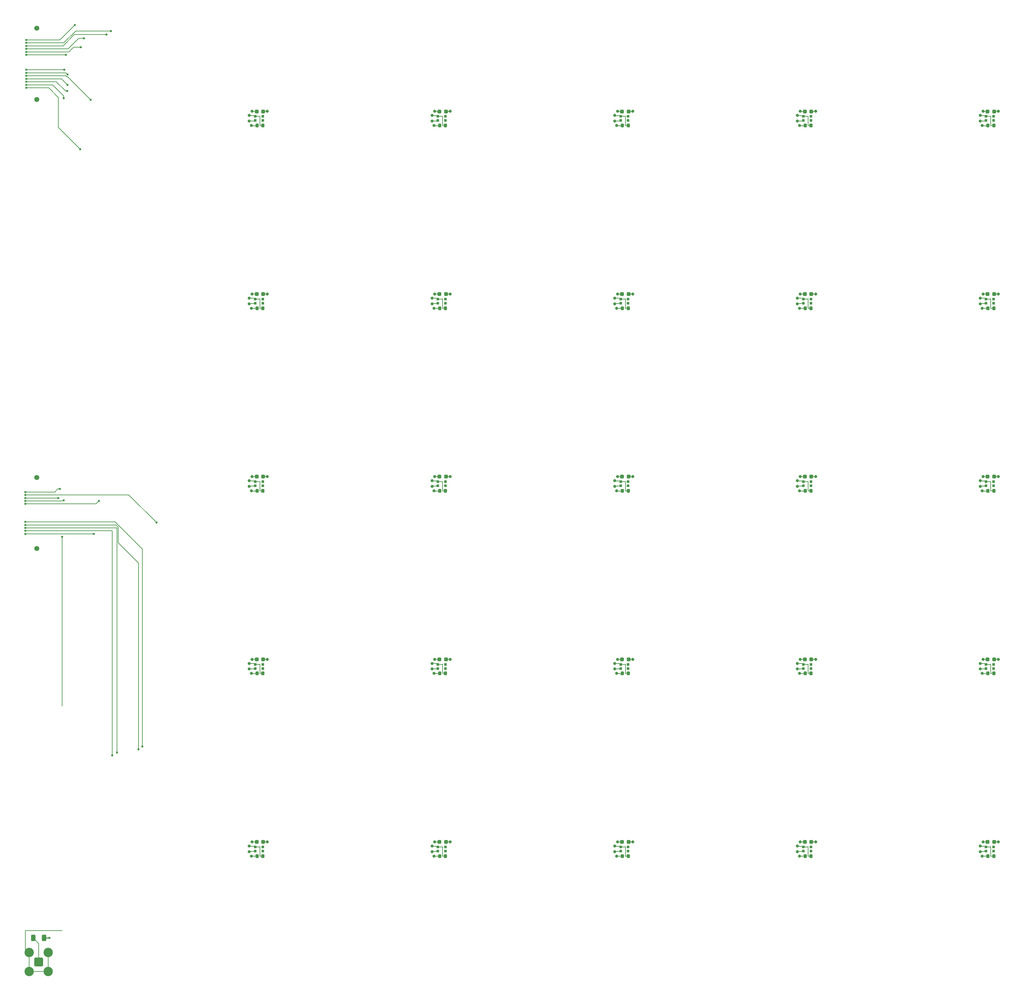
<source format=gbr>
%TF.GenerationSoftware,KiCad,Pcbnew,8.0.2-1*%
%TF.CreationDate,2024-10-14T18:36:09-04:00*%
%TF.ProjectId,EvenLayers_1.3mm_SiPM,4576656e-4c61-4796-9572-735f312e336d,rev?*%
%TF.SameCoordinates,Original*%
%TF.FileFunction,Copper,L1,Top*%
%TF.FilePolarity,Positive*%
%FSLAX46Y46*%
G04 Gerber Fmt 4.6, Leading zero omitted, Abs format (unit mm)*
G04 Created by KiCad (PCBNEW 8.0.2-1) date 2024-10-14 18:36:09*
%MOMM*%
%LPD*%
G01*
G04 APERTURE LIST*
G04 Aperture macros list*
%AMRoundRect*
0 Rectangle with rounded corners*
0 $1 Rounding radius*
0 $2 $3 $4 $5 $6 $7 $8 $9 X,Y pos of 4 corners*
0 Add a 4 corners polygon primitive as box body*
4,1,4,$2,$3,$4,$5,$6,$7,$8,$9,$2,$3,0*
0 Add four circle primitives for the rounded corners*
1,1,$1+$1,$2,$3*
1,1,$1+$1,$4,$5*
1,1,$1+$1,$6,$7*
1,1,$1+$1,$8,$9*
0 Add four rect primitives between the rounded corners*
20,1,$1+$1,$2,$3,$4,$5,0*
20,1,$1+$1,$4,$5,$6,$7,0*
20,1,$1+$1,$6,$7,$8,$9,0*
20,1,$1+$1,$8,$9,$2,$3,0*%
G04 Aperture macros list end*
%TA.AperFunction,Conductor*%
%ADD10C,0.200000*%
%TD*%
%TA.AperFunction,SMDPad,CuDef*%
%ADD11R,0.700000X0.700000*%
%TD*%
%TA.AperFunction,ComponentPad*%
%ADD12C,0.800000*%
%TD*%
%TA.AperFunction,SMDPad,CuDef*%
%ADD13R,1.050000X0.200000*%
%TD*%
%TA.AperFunction,SMDPad,CuDef*%
%ADD14RoundRect,0.237500X-0.287500X-0.237500X0.287500X-0.237500X0.287500X0.237500X-0.287500X0.237500X0*%
%TD*%
%TA.AperFunction,SMDPad,CuDef*%
%ADD15R,1.100000X0.200000*%
%TD*%
%TA.AperFunction,SMDPad,CuDef*%
%ADD16R,1.200000X0.200000*%
%TD*%
%TA.AperFunction,SMDPad,CuDef*%
%ADD17R,0.200000X2.500000*%
%TD*%
%TA.AperFunction,SMDPad,CuDef*%
%ADD18R,0.850000X0.200000*%
%TD*%
%TA.AperFunction,SMDPad,CuDef*%
%ADD19RoundRect,0.225000X-0.225000X-0.250000X0.225000X-0.250000X0.225000X0.250000X-0.225000X0.250000X0*%
%TD*%
%TA.AperFunction,ComponentPad*%
%ADD20RoundRect,0.200100X0.949900X-0.949900X0.949900X0.949900X-0.949900X0.949900X-0.949900X-0.949900X0*%
%TD*%
%TA.AperFunction,ComponentPad*%
%ADD21C,2.500000*%
%TD*%
%TA.AperFunction,SMDPad,CuDef*%
%ADD22RoundRect,0.250000X-0.312500X-0.625000X0.312500X-0.625000X0.312500X0.625000X-0.312500X0.625000X0*%
%TD*%
%TA.AperFunction,ComponentPad*%
%ADD23C,1.348000*%
%TD*%
%TA.AperFunction,ViaPad*%
%ADD24C,0.600000*%
%TD*%
%TA.AperFunction,Conductor*%
%ADD25C,0.250000*%
%TD*%
G04 APERTURE END LIST*
D10*
%TO.N,GND*%
X76800000Y-251600000D02*
X76800000Y-206400000D01*
%TD*%
D11*
%TO.P,REF\u002A\u002A34,1*%
%TO.N,N/C*%
X325552500Y-191650000D03*
%TO.P,REF\u002A\u002A34,4*%
X325552500Y-192750000D03*
D12*
%TO.P,REF\u002A\u002A34,5*%
X322700000Y-190300000D03*
D13*
X323400000Y-190315000D03*
D14*
X323925000Y-190315000D03*
%TO.P,REF\u002A\u002A34,6*%
X325675000Y-190315000D03*
D13*
X326050000Y-190315000D03*
D12*
X326800000Y-190300000D03*
%TO.P,REF\u002A\u002A34,7*%
%TO.N,K14*%
X321950000Y-191400000D03*
D15*
X322750000Y-191450000D03*
D11*
X323527500Y-191650000D03*
D16*
X324300000Y-191650000D03*
D17*
X324800000Y-192800000D03*
D18*
X325125000Y-194100000D03*
D19*
X325575000Y-194100000D03*
D12*
%TO.P,REF\u002A\u002A34,8*%
%TO.N,A14*%
X321950000Y-192900000D03*
D15*
X322750000Y-192850000D03*
D11*
X323527500Y-192750000D03*
D12*
%TO.P,REF\u002A\u002A34,9*%
%TO.N,GND*%
X322500000Y-194100000D03*
D13*
X323250000Y-194150000D03*
D19*
X324025000Y-194100000D03*
%TD*%
D11*
%TO.P,REF\u002A\u002A40,1*%
%TO.N,N/C*%
X130352500Y-289250000D03*
%TO.P,REF\u002A\u002A40,4*%
X130352500Y-290350000D03*
D12*
%TO.P,REF\u002A\u002A40,5*%
X127500000Y-287900000D03*
D13*
X128200000Y-287915000D03*
D14*
X128725000Y-287915000D03*
%TO.P,REF\u002A\u002A40,6*%
X130475000Y-287915000D03*
D13*
X130850000Y-287915000D03*
D12*
X131600000Y-287900000D03*
%TO.P,REF\u002A\u002A40,7*%
%TO.N,K20*%
X126750000Y-289000000D03*
D15*
X127550000Y-289050000D03*
D11*
X128327500Y-289250000D03*
D16*
X129100000Y-289250000D03*
D17*
X129600000Y-290400000D03*
D18*
X129925000Y-291700000D03*
D19*
X130375000Y-291700000D03*
D12*
%TO.P,REF\u002A\u002A40,8*%
%TO.N,A20*%
X126750000Y-290500000D03*
D15*
X127550000Y-290450000D03*
D11*
X128327500Y-290350000D03*
D12*
%TO.P,REF\u002A\u002A40,9*%
%TO.N,GND*%
X127300000Y-291700000D03*
D13*
X128050000Y-291750000D03*
D19*
X128825000Y-291700000D03*
%TD*%
D11*
%TO.P,REF\u002A\u002A30,1*%
%TO.N,N/C*%
X130352500Y-191650000D03*
%TO.P,REF\u002A\u002A30,4*%
X130352500Y-192750000D03*
D12*
%TO.P,REF\u002A\u002A30,5*%
X127500000Y-190300000D03*
D13*
X128200000Y-190315000D03*
D14*
X128725000Y-190315000D03*
%TO.P,REF\u002A\u002A30,6*%
X130475000Y-190315000D03*
D13*
X130850000Y-190315000D03*
D12*
X131600000Y-190300000D03*
%TO.P,REF\u002A\u002A30,7*%
%TO.N,K10*%
X126750000Y-191400000D03*
D15*
X127550000Y-191450000D03*
D11*
X128327500Y-191650000D03*
D16*
X129100000Y-191650000D03*
D17*
X129600000Y-192800000D03*
D18*
X129925000Y-194100000D03*
D19*
X130375000Y-194100000D03*
D12*
%TO.P,REF\u002A\u002A30,8*%
%TO.N,A10*%
X126750000Y-192900000D03*
D15*
X127550000Y-192850000D03*
D11*
X128327500Y-192750000D03*
D12*
%TO.P,REF\u002A\u002A30,9*%
%TO.N,GND*%
X127300000Y-194100000D03*
D13*
X128050000Y-194150000D03*
D19*
X128825000Y-194100000D03*
%TD*%
D11*
%TO.P,REF\u002A\u002A24,1*%
%TO.N,N/C*%
X325552500Y-94050000D03*
%TO.P,REF\u002A\u002A24,4*%
X325552500Y-95150000D03*
D12*
%TO.P,REF\u002A\u002A24,5*%
X322700000Y-92700000D03*
D13*
X323400000Y-92715000D03*
D14*
X323925000Y-92715000D03*
%TO.P,REF\u002A\u002A24,6*%
X325675000Y-92715000D03*
D13*
X326050000Y-92715000D03*
D12*
X326800000Y-92700000D03*
%TO.P,REF\u002A\u002A24,7*%
%TO.N,K4*%
X321950000Y-93800000D03*
D15*
X322750000Y-93850000D03*
D11*
X323527500Y-94050000D03*
D16*
X324300000Y-94050000D03*
D17*
X324800000Y-95200000D03*
D18*
X325125000Y-96500000D03*
D19*
X325575000Y-96500000D03*
D12*
%TO.P,REF\u002A\u002A24,8*%
%TO.N,A4*%
X321950000Y-95300000D03*
D15*
X322750000Y-95250000D03*
D11*
X323527500Y-95150000D03*
D12*
%TO.P,REF\u002A\u002A24,9*%
%TO.N,GND*%
X322500000Y-96500000D03*
D13*
X323250000Y-96550000D03*
D19*
X324025000Y-96500000D03*
%TD*%
D11*
%TO.P,REF\u002A\u002A43,1*%
%TO.N,N/C*%
X276752500Y-289250000D03*
%TO.P,REF\u002A\u002A43,4*%
X276752500Y-290350000D03*
D12*
%TO.P,REF\u002A\u002A43,5*%
X273900000Y-287900000D03*
D13*
X274600000Y-287915000D03*
D14*
X275125000Y-287915000D03*
%TO.P,REF\u002A\u002A43,6*%
X276875000Y-287915000D03*
D13*
X277250000Y-287915000D03*
D12*
%TO.N,LED_23_to_24*%
X278000000Y-287900000D03*
%TO.P,REF\u002A\u002A43,7*%
%TO.N,K23*%
X273150000Y-289000000D03*
D15*
X273950000Y-289050000D03*
D11*
X274727500Y-289250000D03*
D16*
X275500000Y-289250000D03*
D17*
X276000000Y-290400000D03*
D18*
X276325000Y-291700000D03*
D19*
X276775000Y-291700000D03*
D12*
%TO.P,REF\u002A\u002A43,8*%
%TO.N,A23*%
X273150000Y-290500000D03*
D15*
X273950000Y-290450000D03*
D11*
X274727500Y-290350000D03*
D12*
%TO.P,REF\u002A\u002A43,9*%
%TO.N,GND*%
X273700000Y-291700000D03*
D13*
X274450000Y-291750000D03*
D19*
X275225000Y-291700000D03*
%TD*%
D11*
%TO.P,REF\u002A\u002A38,1*%
%TO.N,N/C*%
X276752500Y-240450000D03*
%TO.P,REF\u002A\u002A38,4*%
X276752500Y-241550000D03*
D12*
%TO.P,REF\u002A\u002A38,5*%
X273900000Y-239100000D03*
D13*
X274600000Y-239115000D03*
D14*
X275125000Y-239115000D03*
%TO.P,REF\u002A\u002A38,6*%
X276875000Y-239115000D03*
D13*
X277250000Y-239115000D03*
D12*
X278000000Y-239100000D03*
%TO.P,REF\u002A\u002A38,7*%
%TO.N,K18*%
X273150000Y-240200000D03*
D15*
X273950000Y-240250000D03*
D11*
X274727500Y-240450000D03*
D16*
X275500000Y-240450000D03*
D17*
X276000000Y-241600000D03*
D18*
X276325000Y-242900000D03*
D19*
X276775000Y-242900000D03*
D12*
%TO.P,REF\u002A\u002A38,8*%
%TO.N,A18*%
X273150000Y-241700000D03*
D15*
X273950000Y-241650000D03*
D11*
X274727500Y-241550000D03*
D12*
%TO.P,REF\u002A\u002A38,9*%
%TO.N,GND*%
X273700000Y-242900000D03*
D13*
X274450000Y-242950000D03*
D19*
X275225000Y-242900000D03*
%TD*%
D20*
%TO.P,REF\u002A\u002A,1*%
%TO.N,LED_input*%
X70500000Y-320000000D03*
D21*
%TO.P,REF\u002A\u002A,2*%
%TO.N,GND*%
X67960000Y-322540000D03*
X73040000Y-322540000D03*
X67960000Y-317460000D03*
X73040000Y-317460000D03*
%TD*%
D22*
%TO.P,50 \u03A9,1*%
%TO.N,LED_input*%
X69037500Y-313600000D03*
%TO.P,50 \u03A9,2*%
%TO.N,LED_input_after_resistor*%
X71962500Y-313600000D03*
%TD*%
D11*
%TO.P,REF\u002A\u002A22,1*%
%TO.N,N/C*%
X227952500Y-94050000D03*
%TO.P,REF\u002A\u002A22,4*%
X227952500Y-95150000D03*
D12*
%TO.P,REF\u002A\u002A22,5*%
X225100000Y-92700000D03*
D13*
X225800000Y-92715000D03*
D14*
X226325000Y-92715000D03*
%TO.P,REF\u002A\u002A22,6*%
X228075000Y-92715000D03*
D13*
X228450000Y-92715000D03*
D12*
X229200000Y-92700000D03*
%TO.P,REF\u002A\u002A22,7*%
%TO.N,K2*%
X224350000Y-93800000D03*
D15*
X225150000Y-93850000D03*
D11*
X225927500Y-94050000D03*
D16*
X226700000Y-94050000D03*
D17*
X227200000Y-95200000D03*
D18*
X227525000Y-96500000D03*
D19*
X227975000Y-96500000D03*
D12*
%TO.P,REF\u002A\u002A22,8*%
%TO.N,A2*%
X224350000Y-95300000D03*
D15*
X225150000Y-95250000D03*
D11*
X225927500Y-95150000D03*
D12*
%TO.P,REF\u002A\u002A22,9*%
%TO.N,GND*%
X224900000Y-96500000D03*
D13*
X225650000Y-96550000D03*
D19*
X226425000Y-96500000D03*
%TD*%
D11*
%TO.P,REF\u002A\u002A28,1*%
%TO.N,N/C*%
X276752500Y-142850000D03*
%TO.P,REF\u002A\u002A28,4*%
X276752500Y-143950000D03*
D12*
%TO.P,REF\u002A\u002A28,5*%
X273900000Y-141500000D03*
D13*
X274600000Y-141515000D03*
D14*
X275125000Y-141515000D03*
%TO.P,REF\u002A\u002A28,6*%
X276875000Y-141515000D03*
D13*
X277250000Y-141515000D03*
D12*
X278000000Y-141500000D03*
%TO.P,REF\u002A\u002A28,7*%
%TO.N,K8*%
X273150000Y-142600000D03*
D15*
X273950000Y-142650000D03*
D11*
X274727500Y-142850000D03*
D16*
X275500000Y-142850000D03*
D17*
X276000000Y-144000000D03*
D18*
X276325000Y-145300000D03*
D19*
X276775000Y-145300000D03*
D12*
%TO.P,REF\u002A\u002A28,8*%
%TO.N,A8*%
X273150000Y-144100000D03*
D15*
X273950000Y-144050000D03*
D11*
X274727500Y-143950000D03*
D12*
%TO.P,REF\u002A\u002A28,9*%
%TO.N,GND*%
X273700000Y-145300000D03*
D13*
X274450000Y-145350000D03*
D19*
X275225000Y-145300000D03*
%TD*%
D11*
%TO.P,REF\u002A\u002A23,1*%
%TO.N,N/C*%
X276752500Y-94050000D03*
%TO.P,REF\u002A\u002A23,4*%
X276752500Y-95150000D03*
D12*
%TO.P,REF\u002A\u002A23,5*%
X273900000Y-92700000D03*
D13*
X274600000Y-92715000D03*
D14*
X275125000Y-92715000D03*
%TO.P,REF\u002A\u002A23,6*%
X276875000Y-92715000D03*
D13*
X277250000Y-92715000D03*
D12*
X278000000Y-92700000D03*
%TO.P,REF\u002A\u002A23,7*%
%TO.N,K3*%
X273150000Y-93800000D03*
D15*
X273950000Y-93850000D03*
D11*
X274727500Y-94050000D03*
D16*
X275500000Y-94050000D03*
D17*
X276000000Y-95200000D03*
D18*
X276325000Y-96500000D03*
D19*
X276775000Y-96500000D03*
D12*
%TO.P,REF\u002A\u002A23,8*%
%TO.N,A3*%
X273150000Y-95300000D03*
D15*
X273950000Y-95250000D03*
D11*
X274727500Y-95150000D03*
D12*
%TO.P,REF\u002A\u002A23,9*%
%TO.N,GND*%
X273700000Y-96500000D03*
D13*
X274450000Y-96550000D03*
D19*
X275225000Y-96500000D03*
%TD*%
D11*
%TO.P,REF\u002A\u002A32,1*%
%TO.N,N/C*%
X227952500Y-191650000D03*
%TO.P,REF\u002A\u002A32,4*%
X227952500Y-192750000D03*
D12*
%TO.P,REF\u002A\u002A32,5*%
X225100000Y-190300000D03*
D13*
X225800000Y-190315000D03*
D14*
X226325000Y-190315000D03*
%TO.P,REF\u002A\u002A32,6*%
X228075000Y-190315000D03*
D13*
X228450000Y-190315000D03*
D12*
X229200000Y-190300000D03*
%TO.P,REF\u002A\u002A32,7*%
%TO.N,K12*%
X224350000Y-191400000D03*
D15*
X225150000Y-191450000D03*
D11*
X225927500Y-191650000D03*
D16*
X226700000Y-191650000D03*
D17*
X227200000Y-192800000D03*
D18*
X227525000Y-194100000D03*
D19*
X227975000Y-194100000D03*
D12*
%TO.P,REF\u002A\u002A32,8*%
%TO.N,A12*%
X224350000Y-192900000D03*
D15*
X225150000Y-192850000D03*
D11*
X225927500Y-192750000D03*
D12*
%TO.P,REF\u002A\u002A32,9*%
%TO.N,GND*%
X224900000Y-194100000D03*
D13*
X225650000Y-194150000D03*
D19*
X226425000Y-194100000D03*
%TD*%
D11*
%TO.P,REF\u002A\u002A44,1*%
%TO.N,N/C*%
X325552500Y-289250000D03*
%TO.P,REF\u002A\u002A44,4*%
X325552500Y-290350000D03*
D12*
%TO.P,REF\u002A\u002A44,5*%
%TO.N,LED_23_to_24*%
X322700000Y-287900000D03*
D13*
X323400000Y-287915000D03*
D14*
X323925000Y-287915000D03*
%TO.P,REF\u002A\u002A44,6*%
%TO.N,LED_input_after_resistor*%
X325675000Y-287915000D03*
D13*
X326050000Y-287915000D03*
D12*
X326800000Y-287900000D03*
%TO.P,REF\u002A\u002A44,7*%
%TO.N,K24*%
X321950000Y-289000000D03*
D15*
X322750000Y-289050000D03*
D11*
X323527500Y-289250000D03*
D16*
X324300000Y-289250000D03*
D17*
X324800000Y-290400000D03*
D18*
X325125000Y-291700000D03*
D19*
X325575000Y-291700000D03*
D12*
%TO.P,REF\u002A\u002A44,8*%
%TO.N,A24*%
X321950000Y-290500000D03*
D15*
X322750000Y-290450000D03*
D11*
X323527500Y-290350000D03*
D12*
%TO.P,REF\u002A\u002A44,9*%
%TO.N,GND*%
X322500000Y-291700000D03*
D13*
X323250000Y-291750000D03*
D19*
X324025000Y-291700000D03*
%TD*%
D11*
%TO.P,REF\u002A\u002A26,1*%
%TO.N,N/C*%
X179152500Y-142850000D03*
%TO.P,REF\u002A\u002A26,4*%
X179152500Y-143950000D03*
D12*
%TO.P,REF\u002A\u002A26,5*%
X176300000Y-141500000D03*
D13*
X177000000Y-141515000D03*
D14*
X177525000Y-141515000D03*
%TO.P,REF\u002A\u002A26,6*%
X179275000Y-141515000D03*
D13*
X179650000Y-141515000D03*
D12*
X180400000Y-141500000D03*
%TO.P,REF\u002A\u002A26,7*%
%TO.N,K6*%
X175550000Y-142600000D03*
D15*
X176350000Y-142650000D03*
D11*
X177127500Y-142850000D03*
D16*
X177900000Y-142850000D03*
D17*
X178400000Y-144000000D03*
D18*
X178725000Y-145300000D03*
D19*
X179175000Y-145300000D03*
D12*
%TO.P,REF\u002A\u002A26,8*%
%TO.N,A6*%
X175550000Y-144100000D03*
D15*
X176350000Y-144050000D03*
D11*
X177127500Y-143950000D03*
D12*
%TO.P,REF\u002A\u002A26,9*%
%TO.N,GND*%
X176100000Y-145300000D03*
D13*
X176850000Y-145350000D03*
D19*
X177625000Y-145300000D03*
%TD*%
D11*
%TO.P,REF\u002A\u002A36,1*%
%TO.N,N/C*%
X179152500Y-240450000D03*
%TO.P,REF\u002A\u002A36,4*%
X179152500Y-241550000D03*
D12*
%TO.P,REF\u002A\u002A36,5*%
X176300000Y-239100000D03*
D13*
X177000000Y-239115000D03*
D14*
X177525000Y-239115000D03*
%TO.P,REF\u002A\u002A36,6*%
X179275000Y-239115000D03*
D13*
X179650000Y-239115000D03*
D12*
X180400000Y-239100000D03*
%TO.P,REF\u002A\u002A36,7*%
%TO.N,K16*%
X175550000Y-240200000D03*
D15*
X176350000Y-240250000D03*
D11*
X177127500Y-240450000D03*
D16*
X177900000Y-240450000D03*
D17*
X178400000Y-241600000D03*
D18*
X178725000Y-242900000D03*
D19*
X179175000Y-242900000D03*
D12*
%TO.P,REF\u002A\u002A36,8*%
%TO.N,A16*%
X175550000Y-241700000D03*
D15*
X176350000Y-241650000D03*
D11*
X177127500Y-241550000D03*
D12*
%TO.P,REF\u002A\u002A36,9*%
%TO.N,GND*%
X176100000Y-242900000D03*
D13*
X176850000Y-242950000D03*
D19*
X177625000Y-242900000D03*
%TD*%
D11*
%TO.P,REF\u002A\u002A20,1*%
%TO.N,N/C*%
X130352500Y-94050000D03*
%TO.P,REF\u002A\u002A20,4*%
X130352500Y-95150000D03*
D12*
%TO.P,REF\u002A\u002A20,5*%
%TO.N,GND*%
X127500000Y-92700000D03*
D13*
X128200000Y-92715000D03*
D14*
X128725000Y-92715000D03*
%TO.P,REF\u002A\u002A20,6*%
%TO.N,N/C*%
X130475000Y-92715000D03*
D13*
X130850000Y-92715000D03*
D12*
X131600000Y-92700000D03*
%TO.P,REF\u002A\u002A20,7*%
%TO.N,K0*%
X126750000Y-93800000D03*
D15*
X127550000Y-93850000D03*
D11*
X128327500Y-94050000D03*
D16*
X129100000Y-94050000D03*
D17*
X129600000Y-95200000D03*
D18*
X129925000Y-96500000D03*
D19*
X130375000Y-96500000D03*
D12*
%TO.P,REF\u002A\u002A20,8*%
%TO.N,A0*%
X126750000Y-95300000D03*
D15*
X127550000Y-95250000D03*
D11*
X128327500Y-95150000D03*
D12*
%TO.P,REF\u002A\u002A20,9*%
%TO.N,GND*%
X127300000Y-96500000D03*
D13*
X128050000Y-96550000D03*
D19*
X128825000Y-96500000D03*
%TD*%
D11*
%TO.P,REF\u002A\u002A25,1*%
%TO.N,N/C*%
X130352500Y-142850000D03*
%TO.P,REF\u002A\u002A25,4*%
X130352500Y-143950000D03*
D12*
%TO.P,REF\u002A\u002A25,5*%
X127500000Y-141500000D03*
D13*
X128200000Y-141515000D03*
D14*
X128725000Y-141515000D03*
%TO.P,REF\u002A\u002A25,6*%
X130475000Y-141515000D03*
D13*
X130850000Y-141515000D03*
D12*
X131600000Y-141500000D03*
%TO.P,REF\u002A\u002A25,7*%
%TO.N,K5*%
X126750000Y-142600000D03*
D15*
X127550000Y-142650000D03*
D11*
X128327500Y-142850000D03*
D16*
X129100000Y-142850000D03*
D17*
X129600000Y-144000000D03*
D18*
X129925000Y-145300000D03*
D19*
X130375000Y-145300000D03*
D12*
%TO.P,REF\u002A\u002A25,8*%
%TO.N,A5*%
X126750000Y-144100000D03*
D15*
X127550000Y-144050000D03*
D11*
X128327500Y-143950000D03*
D12*
%TO.P,REF\u002A\u002A25,9*%
%TO.N,GND*%
X127300000Y-145300000D03*
D13*
X128050000Y-145350000D03*
D19*
X128825000Y-145300000D03*
%TD*%
D11*
%TO.P,REF\u002A\u002A37,1*%
%TO.N,N/C*%
X227952500Y-240450000D03*
%TO.P,REF\u002A\u002A37,4*%
X227952500Y-241550000D03*
D12*
%TO.P,REF\u002A\u002A37,5*%
X225100000Y-239100000D03*
D13*
X225800000Y-239115000D03*
D14*
X226325000Y-239115000D03*
%TO.P,REF\u002A\u002A37,6*%
X228075000Y-239115000D03*
D13*
X228450000Y-239115000D03*
D12*
X229200000Y-239100000D03*
%TO.P,REF\u002A\u002A37,7*%
%TO.N,K17*%
X224350000Y-240200000D03*
D15*
X225150000Y-240250000D03*
D11*
X225927500Y-240450000D03*
D16*
X226700000Y-240450000D03*
D17*
X227200000Y-241600000D03*
D18*
X227525000Y-242900000D03*
D19*
X227975000Y-242900000D03*
D12*
%TO.P,REF\u002A\u002A37,8*%
%TO.N,A17*%
X224350000Y-241700000D03*
D15*
X225150000Y-241650000D03*
D11*
X225927500Y-241550000D03*
D12*
%TO.P,REF\u002A\u002A37,9*%
%TO.N,GND*%
X224900000Y-242900000D03*
D13*
X225650000Y-242950000D03*
D19*
X226425000Y-242900000D03*
%TD*%
D11*
%TO.P,REF\u002A\u002A31,1*%
%TO.N,N/C*%
X179152500Y-191650000D03*
%TO.P,REF\u002A\u002A31,4*%
X179152500Y-192750000D03*
D12*
%TO.P,REF\u002A\u002A31,5*%
X176300000Y-190300000D03*
D13*
X177000000Y-190315000D03*
D14*
X177525000Y-190315000D03*
%TO.P,REF\u002A\u002A31,6*%
X179275000Y-190315000D03*
D13*
X179650000Y-190315000D03*
D12*
X180400000Y-190300000D03*
%TO.P,REF\u002A\u002A31,7*%
%TO.N,K11*%
X175550000Y-191400000D03*
D15*
X176350000Y-191450000D03*
D11*
X177127500Y-191650000D03*
D16*
X177900000Y-191650000D03*
D17*
X178400000Y-192800000D03*
D18*
X178725000Y-194100000D03*
D19*
X179175000Y-194100000D03*
D12*
%TO.P,REF\u002A\u002A31,8*%
%TO.N,A11*%
X175550000Y-192900000D03*
D15*
X176350000Y-192850000D03*
D11*
X177127500Y-192750000D03*
D12*
%TO.P,REF\u002A\u002A31,9*%
%TO.N,GND*%
X176100000Y-194100000D03*
D13*
X176850000Y-194150000D03*
D19*
X177625000Y-194100000D03*
%TD*%
D11*
%TO.P,REF\u002A\u002A27,1*%
%TO.N,N/C*%
X227952500Y-142850000D03*
%TO.P,REF\u002A\u002A27,4*%
X227952500Y-143950000D03*
D12*
%TO.P,REF\u002A\u002A27,5*%
X225100000Y-141500000D03*
D13*
X225800000Y-141515000D03*
D14*
X226325000Y-141515000D03*
%TO.P,REF\u002A\u002A27,6*%
X228075000Y-141515000D03*
D13*
X228450000Y-141515000D03*
D12*
X229200000Y-141500000D03*
%TO.P,REF\u002A\u002A27,7*%
%TO.N,K7*%
X224350000Y-142600000D03*
D15*
X225150000Y-142650000D03*
D11*
X225927500Y-142850000D03*
D16*
X226700000Y-142850000D03*
D17*
X227200000Y-144000000D03*
D18*
X227525000Y-145300000D03*
D19*
X227975000Y-145300000D03*
D12*
%TO.P,REF\u002A\u002A27,8*%
%TO.N,A7*%
X224350000Y-144100000D03*
D15*
X225150000Y-144050000D03*
D11*
X225927500Y-143950000D03*
D12*
%TO.P,REF\u002A\u002A27,9*%
%TO.N,GND*%
X224900000Y-145300000D03*
D13*
X225650000Y-145350000D03*
D19*
X226425000Y-145300000D03*
%TD*%
D11*
%TO.P,REF\u002A\u002A41,1*%
%TO.N,N/C*%
X179152500Y-289250000D03*
%TO.P,REF\u002A\u002A41,4*%
X179152500Y-290350000D03*
D12*
%TO.P,REF\u002A\u002A41,5*%
X176300000Y-287900000D03*
D13*
X177000000Y-287915000D03*
D14*
X177525000Y-287915000D03*
%TO.P,REF\u002A\u002A41,6*%
X179275000Y-287915000D03*
D13*
X179650000Y-287915000D03*
D12*
X180400000Y-287900000D03*
%TO.P,REF\u002A\u002A41,7*%
%TO.N,K21*%
X175550000Y-289000000D03*
D15*
X176350000Y-289050000D03*
D11*
X177127500Y-289250000D03*
D16*
X177900000Y-289250000D03*
D17*
X178400000Y-290400000D03*
D18*
X178725000Y-291700000D03*
D19*
X179175000Y-291700000D03*
D12*
%TO.P,REF\u002A\u002A41,8*%
%TO.N,A21*%
X175550000Y-290500000D03*
D15*
X176350000Y-290450000D03*
D11*
X177127500Y-290350000D03*
D12*
%TO.P,REF\u002A\u002A41,9*%
%TO.N,GND*%
X176100000Y-291700000D03*
D13*
X176850000Y-291750000D03*
D19*
X177625000Y-291700000D03*
%TD*%
D11*
%TO.P,REF\u002A\u002A29,1*%
%TO.N,N/C*%
X325552500Y-142850000D03*
%TO.P,REF\u002A\u002A29,4*%
X325552500Y-143950000D03*
D12*
%TO.P,REF\u002A\u002A29,5*%
X322700000Y-141500000D03*
D13*
X323400000Y-141515000D03*
D14*
X323925000Y-141515000D03*
%TO.P,REF\u002A\u002A29,6*%
X325675000Y-141515000D03*
D13*
X326050000Y-141515000D03*
D12*
X326800000Y-141500000D03*
%TO.P,REF\u002A\u002A29,7*%
%TO.N,K9*%
X321950000Y-142600000D03*
D15*
X322750000Y-142650000D03*
D11*
X323527500Y-142850000D03*
D16*
X324300000Y-142850000D03*
D17*
X324800000Y-144000000D03*
D18*
X325125000Y-145300000D03*
D19*
X325575000Y-145300000D03*
D12*
%TO.P,REF\u002A\u002A29,8*%
%TO.N,A9*%
X321950000Y-144100000D03*
D15*
X322750000Y-144050000D03*
D11*
X323527500Y-143950000D03*
D12*
%TO.P,REF\u002A\u002A29,9*%
%TO.N,GND*%
X322500000Y-145300000D03*
D13*
X323250000Y-145350000D03*
D19*
X324025000Y-145300000D03*
%TD*%
D11*
%TO.P,REF\u002A\u002A21,1*%
%TO.N,N/C*%
X179152500Y-94050000D03*
%TO.P,REF\u002A\u002A21,4*%
X179152500Y-95150000D03*
D12*
%TO.P,REF\u002A\u002A21,5*%
X176300000Y-92700000D03*
D13*
X177000000Y-92715000D03*
D14*
X177525000Y-92715000D03*
%TO.P,REF\u002A\u002A21,6*%
X179275000Y-92715000D03*
D13*
X179650000Y-92715000D03*
D12*
X180400000Y-92700000D03*
%TO.P,REF\u002A\u002A21,7*%
%TO.N,K1*%
X175550000Y-93800000D03*
D15*
X176350000Y-93850000D03*
D11*
X177127500Y-94050000D03*
D16*
X177900000Y-94050000D03*
D17*
X178400000Y-95200000D03*
D18*
X178725000Y-96500000D03*
D19*
X179175000Y-96500000D03*
D12*
%TO.P,REF\u002A\u002A21,8*%
%TO.N,A1*%
X175550000Y-95300000D03*
D15*
X176350000Y-95250000D03*
D11*
X177127500Y-95150000D03*
D12*
%TO.P,REF\u002A\u002A21,9*%
%TO.N,GND*%
X176100000Y-96500000D03*
D13*
X176850000Y-96550000D03*
D19*
X177625000Y-96500000D03*
%TD*%
D11*
%TO.P,REF\u002A\u002A42,1*%
%TO.N,N/C*%
X227952500Y-289250000D03*
%TO.P,REF\u002A\u002A42,4*%
X227952500Y-290350000D03*
D12*
%TO.P,REF\u002A\u002A42,5*%
X225100000Y-287900000D03*
D13*
X225800000Y-287915000D03*
D14*
X226325000Y-287915000D03*
%TO.P,REF\u002A\u002A42,6*%
X228075000Y-287915000D03*
D13*
X228450000Y-287915000D03*
D12*
X229200000Y-287900000D03*
%TO.P,REF\u002A\u002A42,7*%
%TO.N,K22*%
X224350000Y-289000000D03*
D15*
X225150000Y-289050000D03*
D11*
X225927500Y-289250000D03*
D16*
X226700000Y-289250000D03*
D17*
X227200000Y-290400000D03*
D18*
X227525000Y-291700000D03*
D19*
X227975000Y-291700000D03*
D12*
%TO.P,REF\u002A\u002A42,8*%
%TO.N,A22*%
X224350000Y-290500000D03*
D15*
X225150000Y-290450000D03*
D11*
X225927500Y-290350000D03*
D12*
%TO.P,REF\u002A\u002A42,9*%
%TO.N,GND*%
X224900000Y-291700000D03*
D13*
X225650000Y-291750000D03*
D19*
X226425000Y-291700000D03*
%TD*%
D11*
%TO.P,REF\u002A\u002A35,1*%
%TO.N,N/C*%
X130352500Y-240450000D03*
%TO.P,REF\u002A\u002A35,4*%
X130352500Y-241550000D03*
D12*
%TO.P,REF\u002A\u002A35,5*%
X127500000Y-239100000D03*
D13*
X128200000Y-239115000D03*
D14*
X128725000Y-239115000D03*
%TO.P,REF\u002A\u002A35,6*%
X130475000Y-239115000D03*
D13*
X130850000Y-239115000D03*
D12*
X131600000Y-239100000D03*
%TO.P,REF\u002A\u002A35,7*%
%TO.N,K15*%
X126750000Y-240200000D03*
D15*
X127550000Y-240250000D03*
D11*
X128327500Y-240450000D03*
D16*
X129100000Y-240450000D03*
D17*
X129600000Y-241600000D03*
D18*
X129925000Y-242900000D03*
D19*
X130375000Y-242900000D03*
D12*
%TO.P,REF\u002A\u002A35,8*%
%TO.N,A15*%
X126750000Y-241700000D03*
D15*
X127550000Y-241650000D03*
D11*
X128327500Y-241550000D03*
D12*
%TO.P,REF\u002A\u002A35,9*%
%TO.N,GND*%
X127300000Y-242900000D03*
D13*
X128050000Y-242950000D03*
D19*
X128825000Y-242900000D03*
%TD*%
D11*
%TO.P,REF\u002A\u002A39,1*%
%TO.N,N/C*%
X325552500Y-240450000D03*
%TO.P,REF\u002A\u002A39,4*%
X325552500Y-241550000D03*
D12*
%TO.P,REF\u002A\u002A39,5*%
X322700000Y-239100000D03*
D13*
X323400000Y-239115000D03*
D14*
X323925000Y-239115000D03*
%TO.P,REF\u002A\u002A39,6*%
X325675000Y-239115000D03*
D13*
X326050000Y-239115000D03*
D12*
X326800000Y-239100000D03*
%TO.P,REF\u002A\u002A39,7*%
%TO.N,K19*%
X321950000Y-240200000D03*
D15*
X322750000Y-240250000D03*
D11*
X323527500Y-240450000D03*
D16*
X324300000Y-240450000D03*
D17*
X324800000Y-241600000D03*
D18*
X325125000Y-242900000D03*
D19*
X325575000Y-242900000D03*
D12*
%TO.P,REF\u002A\u002A39,8*%
%TO.N,A19*%
X321950000Y-241700000D03*
D15*
X322750000Y-241650000D03*
D11*
X323527500Y-241550000D03*
D12*
%TO.P,REF\u002A\u002A39,9*%
%TO.N,GND*%
X322500000Y-242900000D03*
D13*
X323250000Y-242950000D03*
D19*
X324025000Y-242900000D03*
%TD*%
D11*
%TO.P,REF\u002A\u002A33,1*%
%TO.N,N/C*%
X276752500Y-191650000D03*
%TO.P,REF\u002A\u002A33,4*%
X276752500Y-192750000D03*
D12*
%TO.P,REF\u002A\u002A33,5*%
X273900000Y-190300000D03*
D13*
X274600000Y-190315000D03*
D14*
X275125000Y-190315000D03*
%TO.P,REF\u002A\u002A33,6*%
X276875000Y-190315000D03*
D13*
X277250000Y-190315000D03*
D12*
X278000000Y-190300000D03*
%TO.P,REF\u002A\u002A33,7*%
%TO.N,K13*%
X273150000Y-191400000D03*
D15*
X273950000Y-191450000D03*
D11*
X274727500Y-191650000D03*
D16*
X275500000Y-191650000D03*
D17*
X276000000Y-192800000D03*
D18*
X276325000Y-194100000D03*
D19*
X276775000Y-194100000D03*
D12*
%TO.P,REF\u002A\u002A33,8*%
%TO.N,A13*%
X273150000Y-192900000D03*
D15*
X273950000Y-192850000D03*
D11*
X274727500Y-192750000D03*
D12*
%TO.P,REF\u002A\u002A33,9*%
%TO.N,GND*%
X273700000Y-194100000D03*
D13*
X274450000Y-194150000D03*
D19*
X275225000Y-194100000D03*
%TD*%
D23*
%TO.P,REF\u002A\u002A,S1*%
%TO.N,N/C*%
X70000000Y-70505000D03*
%TO.P,REF\u002A\u002A,S2*%
X70000000Y-89495000D03*
%TD*%
%TO.P,REF\u002A\u002A,S1*%
%TO.N,N/C*%
X70000000Y-190505000D03*
%TO.P,REF\u002A\u002A,S2*%
X70000000Y-209495000D03*
%TD*%
D24*
%TO.N,GND*%
X76800000Y-206400000D03*
%TO.N,K0*%
X80200000Y-69600000D03*
X67200000Y-73600000D03*
%TO.N,K1*%
X67200000Y-74400000D03*
X89800000Y-71200000D03*
%TO.N,K2*%
X67200000Y-75200000D03*
X88600000Y-72200000D03*
%TO.N,K3*%
X82600000Y-73200000D03*
X67200000Y-76000000D03*
%TO.N,K4*%
X67200000Y-76800000D03*
X81800000Y-75600000D03*
%TO.N,K5*%
X67200000Y-77600000D03*
X77800000Y-77600000D03*
%TO.N,K6*%
X77400000Y-81600000D03*
X67250000Y-81600000D03*
%TO.N,K7*%
X67250000Y-82400000D03*
X78200000Y-82800000D03*
%TO.N,K8*%
X84400000Y-89600000D03*
X67250000Y-83200000D03*
%TO.N,K9*%
X67250000Y-84000000D03*
X78200000Y-85600000D03*
%TO.N,K10*%
X67250000Y-84800000D03*
X78124265Y-87275735D03*
%TO.N,K11*%
X67250000Y-85600000D03*
X77200000Y-89200000D03*
%TO.N,K12*%
X81600000Y-102800000D03*
X67200000Y-86400000D03*
%TO.N,K14*%
X67000000Y-194400000D03*
X76192892Y-193592892D03*
%TO.N,K15*%
X102000000Y-202600000D03*
X67000000Y-195200000D03*
%TO.N,K16*%
X75800000Y-196000000D03*
X67000000Y-196000000D03*
%TO.N,K17*%
X77200000Y-196600000D03*
X67000000Y-196800000D03*
%TO.N,K18*%
X67000000Y-197600000D03*
X86600000Y-196800000D03*
%TO.N,K20*%
X67000000Y-202400000D03*
X98200000Y-262400000D03*
%TO.N,K21*%
X67000000Y-203200000D03*
X97200000Y-263200000D03*
%TO.N,K22*%
X91400000Y-264000000D03*
X67000000Y-204000000D03*
%TO.N,K23*%
X90200000Y-264800000D03*
X67000000Y-204800000D03*
%TO.N,K24*%
X67000000Y-205600000D03*
X85224265Y-205575735D03*
%TO.N,LED_input_after_resistor*%
X73400000Y-313600000D03*
%TD*%
D10*
%TO.N,GND*%
X67000000Y-316500000D02*
X67000000Y-311600000D01*
X67960000Y-317460000D02*
X67000000Y-316500000D01*
X67960000Y-322540000D02*
X73040000Y-322540000D01*
X67000000Y-311600000D02*
X76800000Y-311600000D01*
X67960000Y-322540000D02*
X67960000Y-317460000D01*
X73040000Y-322540000D02*
X73040000Y-317460000D01*
%TO.N,K0*%
X76200000Y-73600000D02*
X80200000Y-69600000D01*
X72600000Y-73600000D02*
X67200000Y-73600000D01*
X72600000Y-73600000D02*
X76200000Y-73600000D01*
%TO.N,K1*%
X89800000Y-71200000D02*
X80434314Y-71200000D01*
X77234314Y-74400000D02*
X67200000Y-74400000D01*
X80434314Y-71200000D02*
X77234314Y-74400000D01*
%TO.N,K2*%
X77000000Y-75200000D02*
X67200000Y-75200000D01*
X88600000Y-72200000D02*
X80000000Y-72200000D01*
X80000000Y-72200000D02*
X77000000Y-75200000D01*
%TO.N,K3*%
X82600000Y-73200000D02*
X81200000Y-73200000D01*
X78400000Y-76000000D02*
X72800000Y-76000000D01*
X81200000Y-73200000D02*
X78400000Y-76000000D01*
X72800000Y-76000000D02*
X67200000Y-76000000D01*
%TO.N,K4*%
X71700000Y-76800000D02*
X67200000Y-76800000D01*
X78600000Y-76800000D02*
X71700000Y-76800000D01*
X81800000Y-75600000D02*
X79800000Y-75600000D01*
X79800000Y-75600000D02*
X78600000Y-76800000D01*
%TO.N,K5*%
X71700000Y-77600000D02*
X67200000Y-77600000D01*
X71700000Y-77600000D02*
X77800000Y-77600000D01*
%TO.N,K6*%
X77400000Y-81600000D02*
X71700000Y-81600000D01*
X72600000Y-81600000D02*
X67250000Y-81600000D01*
%TO.N,K7*%
X77800000Y-82400000D02*
X71700000Y-82400000D01*
X78200000Y-82800000D02*
X77800000Y-82400000D01*
X72600000Y-82400000D02*
X67250000Y-82400000D01*
%TO.N,K8*%
X78200000Y-83400000D02*
X77951471Y-83400000D01*
X84400000Y-89600000D02*
X78200000Y-83400000D01*
X77951471Y-83400000D02*
X77751471Y-83200000D01*
X77751471Y-83200000D02*
X67250000Y-83200000D01*
%TO.N,K9*%
X76600000Y-84000000D02*
X67250000Y-84000000D01*
X78200000Y-85600000D02*
X76600000Y-84000000D01*
%TO.N,K10*%
X78124265Y-87275735D02*
X77675735Y-87275735D01*
X77675735Y-87275735D02*
X75200000Y-84800000D01*
X75200000Y-84800000D02*
X67250000Y-84800000D01*
%TO.N,K11*%
X77200000Y-89200000D02*
X77200000Y-88600000D01*
X77200000Y-88600000D02*
X74200000Y-85600000D01*
X74200000Y-85600000D02*
X67250000Y-85600000D01*
%TO.N,K12*%
X75800000Y-97000000D02*
X75800000Y-89000000D01*
X81600000Y-102800000D02*
X75800000Y-97000000D01*
X73200000Y-86400000D02*
X67200000Y-86400000D01*
X75800000Y-89000000D02*
X73200000Y-86400000D01*
%TO.N,K14*%
X75607108Y-193592892D02*
X74800000Y-194400000D01*
X76192892Y-193592892D02*
X75607108Y-193592892D01*
X74800000Y-194400000D02*
X67000000Y-194400000D01*
%TO.N,K15*%
X102000000Y-202600000D02*
X94600000Y-195200000D01*
X94600000Y-195200000D02*
X67000000Y-195200000D01*
%TO.N,K16*%
X75800000Y-196000000D02*
X67000000Y-196000000D01*
%TO.N,K17*%
X67000000Y-196800000D02*
X77000000Y-196800000D01*
X77000000Y-196800000D02*
X77200000Y-196600000D01*
%TO.N,K18*%
X86600000Y-196800000D02*
X85800000Y-197600000D01*
X85800000Y-197600000D02*
X67000000Y-197600000D01*
%TO.N,K20*%
X98200000Y-262400000D02*
X98200000Y-209668629D01*
X98200000Y-209668629D02*
X90931371Y-202400000D01*
X90931371Y-202400000D02*
X67000000Y-202400000D01*
%TO.N,K21*%
X97200000Y-263200000D02*
X97200000Y-213400000D01*
X91800000Y-208000000D02*
X91800000Y-203834315D01*
X91800000Y-203834315D02*
X91165685Y-203200000D01*
X97200000Y-213400000D02*
X91800000Y-208000000D01*
X91165685Y-203200000D02*
X67000000Y-203200000D01*
%TO.N,K22*%
X91400000Y-204000000D02*
X91400000Y-264000000D01*
X91400000Y-204000000D02*
X67000000Y-204000000D01*
%TO.N,K23*%
X90200000Y-264800000D02*
X90200000Y-204800000D01*
X90200000Y-204800000D02*
X67000000Y-204800000D01*
%TO.N,K24*%
X85224265Y-205575735D02*
X67024265Y-205575735D01*
X67024265Y-205575735D02*
X67000000Y-205600000D01*
D25*
%TO.N,LED_input_after_resistor*%
X73200000Y-313600000D02*
X73400000Y-313600000D01*
X73400000Y-313600000D02*
X71962500Y-313600000D01*
D10*
%TO.N,LED_input*%
X70500000Y-320000000D02*
X70500000Y-315062500D01*
X70500000Y-315062500D02*
X69037500Y-313600000D01*
%TD*%
M02*

</source>
